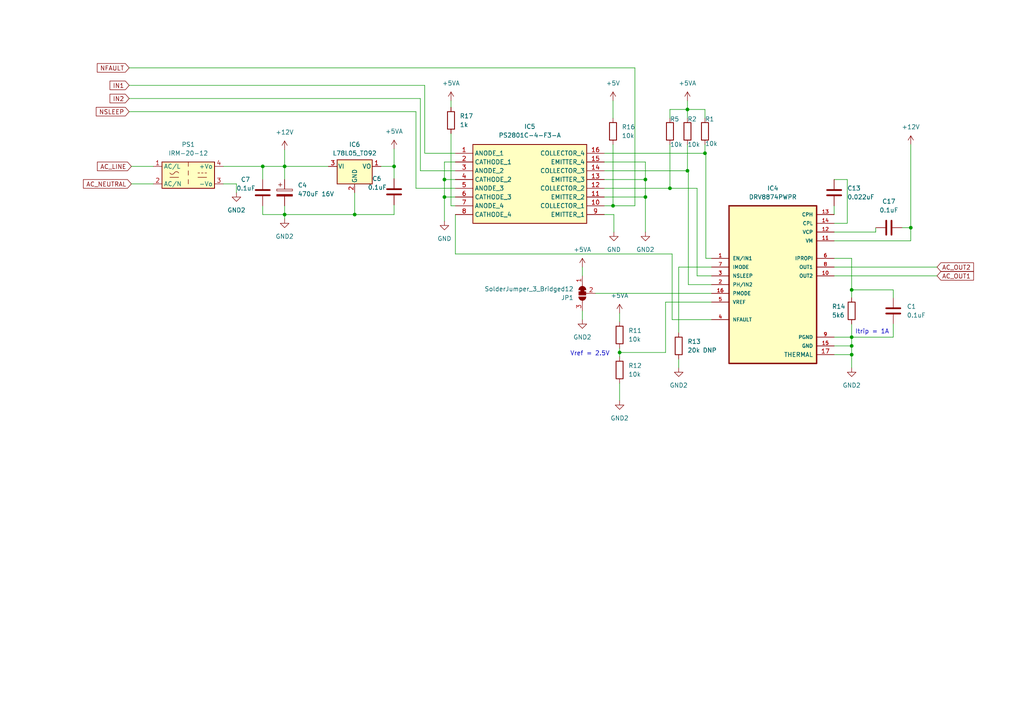
<source format=kicad_sch>
(kicad_sch (version 20230121) (generator eeschema)
  (paper "A4")
  (lib_symbols
    (symbol "Converter_ACDC:IRM-20-5"
      (property "Reference" "PS" (at 0 5.08 0))
      (property "Value" "IRM-20-5" (at 0 -5.08 0))
      (symbol "IRM-20-5_0_1"
        (rectangle (start -7.62 3.81) (end 7.62 -3.81) (stroke (width 0.254)) (fill (type background)))
        (arc (start -5.334 0.635) (mid -4.699 0.2495) (end -4.064 0.635))
        (arc (start -2.794 0.635) (mid -3.429 1.0072) (end -4.064 0.635))
        (polyline (pts (xy -5.334 -0.635) (xy -2.794 -0.635)))
        (polyline (pts (xy 0 -1.27) (xy 0 -2.54)))
        (polyline (pts (xy 0 1.27) (xy 0 0)))
        (polyline (pts (xy 0 3.81) (xy 0 2.54)))
        (polyline (pts (xy 2.794 -0.635) (xy 5.334 -0.635)))
        (polyline (pts (xy 2.794 0.635) (xy 3.302 0.635)))
        (polyline (pts (xy 3.81 0.635) (xy 4.318 0.635)))
        (polyline (pts (xy 4.826 0.635) (xy 5.334 0.635)))
      )
      (symbol "IRM-20-5_1_1"
        (pin power_in line (at -10.16 2.54 0) (length 2.54) (name "AC/L") (number "1"))
        (pin power_in line (at -10.16 -2.54 0) (length 2.54) (name "AC/N") (number "2"))
        (pin power_out line (at 10.16 -2.54 180) (length 2.54) (name "-Vo") (number "3"))
        (pin power_out line (at 10.16 2.54 180) (length 2.54) (name "+Vo") (number "4"))
      )
    )
    (symbol "DRV8874PWPR:DRV8874PWPR" (pin_names (offset 1.016))
      (property "Reference" "U" (at -12.7 23.86 0))
      (property "Value" "DRV8874PWPR" (at -12.7 -26.86 0))
      (symbol "DRV8874PWPR_0_0"
        (rectangle (start -12.7 -22.86) (end 12.7 22.86) (stroke (width 0.41)) (fill (type background)))
        (pin input line (at -17.78 7.62 0) (length 5.08) (name "EN/IN1") (number "1"))
        (pin output line (at 17.78 2.54 180) (length 5.08) (name "OUT2") (number "10"))
        (pin power_in line (at 17.78 12.7 180) (length 5.08) (name "VM") (number "11"))
        (pin power_in line (at 17.78 15.24 180) (length 5.08) (name "VCP") (number "12"))
        (pin power_in line (at 17.78 20.32 180) (length 5.08) (name "CPH") (number "13"))
        (pin power_in line (at 17.78 17.78 180) (length 5.08) (name "CPL") (number "14"))
        (pin power_in line (at 17.78 -17.78 180) (length 5.08) (name "GND") (number "15"))
        (pin input line (at -17.78 -2.54 0) (length 5.08) (name "PMODE") (number "16"))
        (pin input line (at -17.78 0 0) (length 5.08) (name "PH/IN2") (number "2"))
        (pin input line (at -17.78 2.54 0) (length 5.08) (name "NSLEEP") (number "3"))
        (pin bidirectional line (at -17.78 -10.16 0) (length 5.08) (name "NFAULT") (number "4"))
        (pin input line (at -17.78 -5.08 0) (length 5.08) (name "VREF") (number "5"))
        (pin output line (at 17.78 7.62 180) (length 5.08) (name "IPROPI") (number "6"))
        (pin input line (at -17.78 5.08 0) (length 5.08) (name "IMODE") (number "7"))
        (pin output line (at 17.78 5.08 180) (length 5.08) (name "OUT1") (number "8"))
        (pin power_in line (at 17.78 -15.24 180) (length 5.08) (name "PGND") (number "9"))
      )
      (symbol "DRV8874PWPR_1_1"
        (pin input line (at 17.78 -20.32 180) (length 5.08) (name "THERMAL") (number "17"))
      )
    )
    (symbol "Device:C" (pin_numbers hide) (pin_names (offset 0.254))
      (property "Reference" "C" (at 0.635 2.54 0))
      (property "Value" "C" (at 0.635 -2.54 0))
      (symbol "C_0_1"
        (polyline (pts (xy -2.032 -0.762) (xy 2.032 -0.762)) (stroke (width 0.508)))
        (polyline (pts (xy -2.032 0.762) (xy 2.032 0.762)) (stroke (width 0.508)))
      )
      (symbol "C_1_1"
        (pin passive line (at 0 3.81 270) (length 2.794) (name "~") (number "1"))
        (pin passive line (at 0 -3.81 90) (length 2.794) (name "~") (number "2"))
      )
    )
    (symbol "Device:C_Polarized" (pin_numbers hide) (pin_names (offset 0.254))
      (property "Reference" "C" (at 0.635 2.54 0))
      (property "Value" "C_Polarized" (at 0.635 -2.54 0))
      (symbol "C_Polarized_0_1"
        (rectangle (start -2.286 0.508) (end 2.286 1.016))
        (polyline (pts (xy -1.778 2.286) (xy -0.762 2.286)))
        (polyline (pts (xy -1.27 2.794) (xy -1.27 1.778)))
        (rectangle (start 2.286 -0.508) (end -2.286 -1.016) (fill (type outline)))
      )
      (symbol "C_Polarized_1_1"
        (pin passive line (at 0 3.81 270) (length 2.794) (name "~") (number "1"))
        (pin passive line (at 0 -3.81 90) (length 2.794) (name "~") (number "2"))
      )
    )
    (symbol "Device:R" (pin_numbers hide) (pin_names (offset 0))
      (property "Reference" "R" (at 2.032 0 90))
      (property "Value" "R" (at 0 0 90))
      (symbol "R_0_1"
        (rectangle (start -1.016 -2.54) (end 1.016 2.54) (stroke (width 0.254)))
      )
      (symbol "R_1_1"
        (pin passive line (at 0 3.81 270) (length 1.27) (name "~") (number "1"))
        (pin passive line (at 0 -3.81 90) (length 1.27) (name "~") (number "2"))
      )
    )
    (symbol "Jumper:SolderJumper_3_Bridged12" (pin_names (offset 0) hide)
      (property "Reference" "JP" (at -2.54 -2.54 0))
      (property "Value" "SolderJumper_3_Bridged12" (at 0 2.794 0))
      (symbol "SolderJumper_3_Bridged12_0_1"
        (rectangle (start -1.016 0.508) (end -0.508 -0.508) (fill (type outline)))
        (arc (start -1.016 1.016) (mid -2.0276 0) (end -1.016 -1.016))
        (arc (start -1.016 1.016) (mid -2.0276 0) (end -1.016 -1.016) (fill (type outline)))
        (rectangle (start -0.508 1.016) (end 0.508 -1.016) (fill (type outline)))
        (polyline (pts (xy -2.54 0) (xy -2.032 0)))
        (polyline (pts (xy -1.016 1.016) (xy -1.016 -1.016)))
        (polyline (pts (xy 0 -1.27) (xy 0 -1.016)))
        (polyline (pts (xy 1.016 1.016) (xy 1.016 -1.016)))
        (polyline (pts (xy 2.54 0) (xy 2.032 0)))
        (arc (start 1.016 -1.016) (mid 2.0276 0) (end 1.016 1.016))
        (arc (start 1.016 -1.016) (mid 2.0276 0) (end 1.016 1.016) (fill (type outline)))
      )
      (symbol "SolderJumper_3_Bridged12_1_1"
        (pin passive line (at -5.08 0 0) (length 2.54) (name "A") (number "1"))
        (pin passive line (at 0 -3.81 90) (length 2.54) (name "C") (number "2"))
        (pin passive line (at 5.08 0 180) (length 2.54) (name "B") (number "3"))
      )
    )
    (symbol "PS2801C-4-F3-A:PS2801C-4-F3-A"
      (property "Reference" "IC" (at 39.37 7.62 0))
      (property "Value" "PS2801C-4-F3-A" (at 39.37 5.08 0))
      (symbol "PS2801C-4-F3-A_1_1"
        (rectangle (start 5.08 2.54) (end 38.1 -20.32) (stroke (width 0.254)) (fill (type background)))
        (pin passive line (at 0 0 0) (length 5.08) (name "ANODE_1") (number "1"))
        (pin passive line (at 43.18 -15.24 180) (length 5.08) (name "COLLECTOR_1") (number "10"))
        (pin passive line (at 43.18 -12.7 180) (length 5.08) (name "EMITTER_2") (number "11"))
        (pin passive line (at 43.18 -10.16 180) (length 5.08) (name "COLLECTOR_2") (number "12"))
        (pin passive line (at 43.18 -7.62 180) (length 5.08) (name "EMITTER_3") (number "13"))
        (pin passive line (at 43.18 -5.08 180) (length 5.08) (name "COLLECTOR_3") (number "14"))
        (pin passive line (at 43.18 -2.54 180) (length 5.08) (name "EMITTER_4") (number "15"))
        (pin passive line (at 43.18 0 180) (length 5.08) (name "COLLECTOR_4") (number "16"))
        (pin passive line (at 0 -2.54 0) (length 5.08) (name "CATHODE_1") (number "2"))
        (pin passive line (at 0 -5.08 0) (length 5.08) (name "ANODE_2") (number "3"))
        (pin passive line (at 0 -7.62 0) (length 5.08) (name "CATHODE_2") (number "4"))
        (pin passive line (at 0 -10.16 0) (length 5.08) (name "ANODE_3") (number "5"))
        (pin passive line (at 0 -12.7 0) (length 5.08) (name "CATHODE_3") (number "6"))
        (pin passive line (at 0 -15.24 0) (length 5.08) (name "ANODE_4") (number "7"))
        (pin passive line (at 0 -17.78 0) (length 5.08) (name "CATHODE_4") (number "8"))
        (pin passive line (at 43.18 -17.78 180) (length 5.08) (name "EMITTER_1") (number "9"))
      )
    )
    (symbol "Regulator_Linear:L78L05_TO92" (pin_names (offset 0.254))
      (property "Reference" "U" (at -3.81 3.175 0))
      (property "Value" "L78L05_TO92" (at 0 3.175 0))
      (symbol "L78L05_TO92_0_1"
        (rectangle (start -5.08 -5.08) (end 5.08 1.905) (stroke (width 0.254)) (fill (type background)))
      )
      (symbol "L78L05_TO92_1_1"
        (pin power_out line (at 7.62 0 180) (length 2.54) (name "VO") (number "1"))
        (pin power_in line (at 0 -7.62 90) (length 2.54) (name "GND") (number "2"))
        (pin power_in line (at -7.62 0 0) (length 2.54) (name "VI") (number "3"))
      )
    )
    (symbol "power:+12V" (power) (pin_names (offset 0))
      (property "Value" "+12V" (at 0 3.556 0))
      (symbol "+12V_0_1"
        (polyline (pts (xy -0.762 1.27) (xy 0 2.54)))
        (polyline (pts (xy 0 0) (xy 0 2.54)))
        (polyline (pts (xy 0 2.54) (xy 0.762 1.27)))
      )
      (symbol "+12V_1_1"
        (pin power_in line (at 0 0 90) (length 0) hide (name "+12V") (number "1"))
      )
    )
    (symbol "power:+5V" (power) (pin_names (offset 0))
      (property "Value" "+5V" (at 0 3.556 0))
      (symbol "+5V_0_1"
        (polyline (pts (xy -0.762 1.27) (xy 0 2.54)))
        (polyline (pts (xy 0 0) (xy 0 2.54)))
        (polyline (pts (xy 0 2.54) (xy 0.762 1.27)))
      )
      (symbol "+5V_1_1"
        (pin power_in line (at 0 0 90) (length 0) hide (name "+5V") (number "1"))
      )
    )
    (symbol "power:+5VA" (power) (pin_names (offset 0))
      (property "Value" "+5VA" (at 0 3.556 0))
      (symbol "+5VA_0_1"
        (polyline (pts (xy -0.762 1.27) (xy 0 2.54)))
        (polyline (pts (xy 0 0) (xy 0 2.54)))
        (polyline (pts (xy 0 2.54) (xy 0.762 1.27)))
      )
      (symbol "+5VA_1_1"
        (pin power_in line (at 0 0 90) (length 0) hide (name "+5VA") (number "1"))
      )
    )
    (symbol "power:GND" (power) (pin_names (offset 0))
      (property "Value" "GND" (at 0 -3.81 0))
      (symbol "GND_0_1"
        (polyline (pts (xy 0 0) (xy 0 -1.27) (xy 1.27 -1.27) (xy 0 -2.54) (xy -1.27 -1.27) (xy 0 -1.27)))
      )
      (symbol "GND_1_1"
        (pin power_in line (at 0 0 270) (length 0) hide (name "GND") (number "1"))
      )
    )
    (symbol "power:GND2" (power) (pin_names (offset 0))
      (property "Value" "GND2" (at 0 -3.81 0))
      (symbol "GND2_0_1"
        (polyline (pts (xy 0 0) (xy 0 -1.27) (xy 1.27 -1.27) (xy 0 -2.54) (xy -1.27 -1.27) (xy 0 -1.27)))
      )
      (symbol "GND2_1_1"
        (pin power_in line (at 0 0 270) (length 0) hide (name "GND2") (number "1"))
      )
    )
  )
  (junction (at 194.31 54.61))
  (junction (at 187.198 52.07))
  (junction (at 177.8 59.69))
  (junction (at 187.198 57.15))
  (junction (at 199.39 49.53))
  (junction (at 128.905 52.07))
  (junction (at 82.55 48.26))
  (junction (at 247.015 102.87))
  (junction (at 179.705 102.235))
  (junction (at 204.47 44.45))
  (junction (at 247.015 100.33))
  (junction (at 102.87 62.23))
  (junction (at 199.39 31.75))
  (junction (at 82.55 62.23))
  (junction (at 247.015 84.074))
  (junction (at 247.015 97.79))
  (junction (at 76.2 48.26))
  (junction (at 264.16 66.04))
  (junction (at 114.3 48.26))
  (junction (at 128.905 57.15))
  (wire (pts (xy 206.375 74.93) (xy 204.724 74.93)))
  (wire (pts (xy 179.705 90.805) (xy 179.705 93.345)))
  (wire (pts (xy 206.375 77.47) (xy 196.85 77.47)))
  (wire (pts (xy 130.81 59.69) (xy 130.81 38.735)))
  (wire (pts (xy 76.2 48.26) (xy 82.55 48.26)))
  (wire (pts (xy 206.375 82.55) (xy 199.644 82.55)))
  (wire (pts (xy 82.55 48.26) (xy 82.55 43.434)))
  (wire (pts (xy 76.2 62.23) (xy 82.55 62.23)))
  (wire (pts (xy 38.1 48.26) (xy 44.45 48.26)))
  (wire (pts (xy 247.015 74.93) (xy 247.015 84.074)))
  (wire (pts (xy 204.47 41.91) (xy 204.47 44.45)))
  (wire (pts (xy 199.39 49.53) (xy 175.26 49.53)))
  (wire (pts (xy 175.26 59.69) (xy 177.8 59.69)))
  (wire (pts (xy 241.935 97.79) (xy 247.015 97.79)))
  (wire (pts (xy 247.015 74.93) (xy 241.935 74.93)))
  (wire (pts (xy 128.905 46.99) (xy 128.905 52.07)))
  (wire (pts (xy 204.724 44.45) (xy 204.47 44.45)))
  (wire (pts (xy 247.015 93.98) (xy 247.015 97.79)))
  (wire (pts (xy 247.015 100.33) (xy 247.015 102.87)))
  (wire (pts (xy 241.935 67.31) (xy 254 67.31)))
  (wire (pts (xy 175.26 52.07) (xy 187.198 52.07)))
  (wire (pts (xy 184.15 19.685) (xy 184.15 59.69)))
  (wire (pts (xy 114.3 59.436) (xy 114.3 62.23)))
  (wire (pts (xy 64.77 48.26) (xy 76.2 48.26)))
  (wire (pts (xy 123.19 24.765) (xy 37.465 24.765)))
  (wire (pts (xy 132.08 49.53) (xy 121.92 49.53)))
  (wire (pts (xy 37.465 19.685) (xy 184.15 19.685)))
  (wire (pts (xy 206.375 87.63) (xy 193.04 87.63)))
  (wire (pts (xy 38.1 53.34) (xy 44.45 53.34)))
  (wire (pts (xy 132.08 59.69) (xy 130.81 59.69)))
  (wire (pts (xy 179.705 111.125) (xy 179.705 116.205)))
  (wire (pts (xy 259.08 86.36) (xy 259.08 84.074)))
  (wire (pts (xy 132.08 44.45) (xy 123.19 44.45)))
  (wire (pts (xy 64.77 53.34) (xy 68.58 53.34)))
  (wire (pts (xy 196.85 77.47) (xy 196.85 96.52)))
  (wire (pts (xy 206.375 80.01) (xy 202.184 80.01)))
  (wire (pts (xy 175.26 46.99) (xy 187.198 46.99)))
  (wire (pts (xy 264.16 41.91) (xy 264.16 66.04)))
  (wire (pts (xy 82.55 48.26) (xy 82.55 52.07)))
  (wire (pts (xy 199.39 41.91) (xy 199.39 49.53)))
  (wire (pts (xy 241.935 102.87) (xy 247.015 102.87)))
  (wire (pts (xy 128.905 52.07) (xy 128.905 57.15)))
  (wire (pts (xy 199.39 31.75) (xy 199.39 34.29)))
  (wire (pts (xy 194.31 31.75) (xy 199.39 31.75)))
  (wire (pts (xy 187.198 46.99) (xy 187.198 52.07)))
  (wire (pts (xy 247.015 84.074) (xy 247.015 86.36)))
  (wire (pts (xy 204.47 31.75) (xy 199.39 31.75)))
  (wire (pts (xy 132.08 73.66) (xy 132.08 62.23)))
  (wire (pts (xy 121.92 49.53) (xy 121.92 28.575)))
  (wire (pts (xy 259.08 97.79) (xy 247.015 97.79)))
  (wire (pts (xy 168.91 90.17) (xy 168.91 92.71)))
  (wire (pts (xy 132.08 54.61) (xy 120.65 54.61)))
  (wire (pts (xy 82.55 62.23) (xy 82.55 63.5)))
  (wire (pts (xy 132.08 46.99) (xy 128.905 46.99)))
  (wire (pts (xy 177.8 29.21) (xy 177.8 34.29)))
  (wire (pts (xy 123.19 44.45) (xy 123.19 24.765)))
  (wire (pts (xy 114.3 48.26) (xy 114.3 51.816)))
  (wire (pts (xy 245.745 64.77) (xy 241.935 64.77)))
  (wire (pts (xy 196.85 104.14) (xy 196.85 106.68)))
  (wire (pts (xy 194.945 92.71) (xy 194.945 73.66)))
  (wire (pts (xy 241.935 59.69) (xy 241.935 62.23)))
  (wire (pts (xy 102.87 55.88) (xy 102.87 62.23)))
  (wire (pts (xy 241.935 77.47) (xy 271.78 77.47)))
  (wire (pts (xy 261.62 66.04) (xy 264.16 66.04)))
  (wire (pts (xy 259.08 84.074) (xy 247.015 84.074)))
  (wire (pts (xy 120.65 32.385) (xy 37.465 32.385)))
  (wire (pts (xy 194.945 73.66) (xy 132.08 73.66)))
  (wire (pts (xy 241.935 52.07) (xy 245.745 52.07)))
  (wire (pts (xy 175.26 57.15) (xy 187.198 57.15)))
  (wire (pts (xy 194.31 54.61) (xy 175.26 54.61)))
  (wire (pts (xy 178.054 62.23) (xy 178.054 67.31)))
  (wire (pts (xy 187.198 57.15) (xy 187.198 67.31)))
  (wire (pts (xy 241.935 69.85) (xy 264.16 69.85)))
  (wire (pts (xy 202.184 54.61) (xy 194.31 54.61)))
  (wire (pts (xy 132.08 52.07) (xy 128.905 52.07)))
  (wire (pts (xy 259.08 93.98) (xy 259.08 97.79)))
  (wire (pts (xy 172.72 85.09) (xy 206.375 85.09)))
  (wire (pts (xy 121.92 28.575) (xy 37.465 28.575)))
  (wire (pts (xy 245.745 52.07) (xy 245.745 64.77)))
  (wire (pts (xy 199.644 49.53) (xy 199.39 49.53)))
  (wire (pts (xy 264.16 66.04) (xy 264.16 69.85)))
  (wire (pts (xy 187.198 52.07) (xy 187.198 57.15)))
  (wire (pts (xy 82.55 48.26) (xy 95.25 48.26)))
  (wire (pts (xy 177.8 59.69) (xy 177.8 41.91)))
  (wire (pts (xy 199.644 82.55) (xy 199.644 49.53)))
  (wire (pts (xy 204.47 34.29) (xy 204.47 31.75)))
  (wire (pts (xy 76.2 59.69) (xy 76.2 62.23)))
  (wire (pts (xy 102.87 62.23) (xy 82.55 62.23)))
  (wire (pts (xy 204.724 74.93) (xy 204.724 44.45)))
  (wire (pts (xy 110.49 48.26) (xy 114.3 48.26)))
  (wire (pts (xy 114.3 62.23) (xy 102.87 62.23)))
  (wire (pts (xy 179.705 100.965) (xy 179.705 102.235)))
  (wire (pts (xy 68.58 53.34) (xy 68.58 55.88)))
  (wire (pts (xy 184.15 59.69) (xy 177.8 59.69)))
  (wire (pts (xy 194.31 41.91) (xy 194.31 54.61)))
  (wire (pts (xy 82.55 59.69) (xy 82.55 62.23)))
  (wire (pts (xy 204.47 44.45) (xy 175.26 44.45)))
  (wire (pts (xy 199.39 29.21) (xy 199.39 31.75)))
  (wire (pts (xy 247.015 97.79) (xy 247.015 100.33)))
  (wire (pts (xy 130.81 29.21) (xy 130.81 31.115)))
  (wire (pts (xy 128.905 57.15) (xy 128.905 64.135)))
  (wire (pts (xy 114.3 48.26) (xy 114.3 43.18)))
  (wire (pts (xy 202.184 80.01) (xy 202.184 54.61)))
  (wire (pts (xy 76.2 48.26) (xy 76.2 52.07)))
  (wire (pts (xy 194.31 34.29) (xy 194.31 31.75)))
  (wire (pts (xy 120.65 54.61) (xy 120.65 32.385)))
  (wire (pts (xy 254 67.31) (xy 254 66.04)))
  (wire (pts (xy 241.935 80.01) (xy 271.78 80.01)))
  (wire (pts (xy 206.375 92.71) (xy 194.945 92.71)))
  (wire (pts (xy 241.935 100.33) (xy 247.015 100.33)))
  (wire (pts (xy 247.015 102.87) (xy 247.015 106.68)))
  (wire (pts (xy 179.705 102.235) (xy 179.705 103.505)))
  (wire (pts (xy 193.04 102.235) (xy 179.705 102.235)))
  (wire (pts (xy 193.04 87.63) (xy 193.04 102.235)))
  (wire (pts (xy 132.08 57.15) (xy 128.905 57.15)))
  (wire (pts (xy 175.26 62.23) (xy 178.054 62.23)))
  (wire (pts (xy 168.91 77.47) (xy 168.91 80.01)))
  (text "Vref = 2.5V" (at 165.354 103.378 0) (effects (font (size 1.27 1.27)) (justify left bottom)))
  (text "Itrip = 1A" (at 248.031 97.028 0) (effects (font (size 1.27 1.27)) (justify left bottom)))
  (global_label "IN1" (shape input) (at 37.465 24.765 180) (property "Intersheetrefs" "${INTERSHEET_REFS}" (effects hide)))
  (global_label "NSLEEP" (shape input) (at 37.465 32.385 180) (property "Intersheetrefs" "${INTERSHEET_REFS}" (effects hide)))
  (global_label "AC_NEUTRAL" (shape input) (at 38.1 53.34 180) (property "Intersheetrefs" "${INTERSHEET_REFS}" (effects hide)))
  (global_label "IN2" (shape input) (at 37.465 28.575 180) (property "Intersheetrefs" "${INTERSHEET_REFS}" (effects hide)))
  (global_label "NFAULT" (shape input) (at 37.465 19.685 180) (property "Intersheetrefs" "${INTERSHEET_REFS}" (effects hide)))
  (global_label "AC_OUT1" (shape input) (at 271.78 80.01 0) (property "Intersheetrefs" "${INTERSHEET_REFS}" (effects hide)))
  (global_label "AC_OUT2" (shape input) (at 271.78 77.47 0) (property "Intersheetrefs" "${INTERSHEET_REFS}" (effects hide)))
  (global_label "AC_LINE" (shape input) (at 38.1 48.26 180) (property "Intersheetrefs" "${INTERSHEET_REFS}" (effects hide)))
  (symbol (lib_id "Device:C") (at 76.2 55.88 180) (unit 1)
    (property "Reference" "C7" (at 69.85 52.07 0) (effects (justify right)))
    (property "Value" "0.1uF" (at 68.58 54.61 0) (effects (justify right)))
    (property "Footprint" "Capacitor_SMD:C_0805_2012Metric_Pad1.18x1.45mm_HandSolder" (effects hide))
  )
  (symbol (lib_id "Device:C") (at 241.935 55.88 0) (unit 1)
    (property "Reference" "C13" (at 245.745 54.61 0) (effects (justify left)))
    (property "Value" "0.022uF" (at 245.745 57.15 0) (effects (justify left)))
    (property "Footprint" "Capacitor_SMD:C_0805_2012Metric_Pad1.18x1.45mm_HandSolder" (effects hide))
  )
  (symbol (lib_id "Device:C") (at 114.3 55.626 180) (unit 1)
    (property "Reference" "C6" (at 107.95 51.816 0) (effects (justify right)))
    (property "Value" "0.1uF" (at 106.68 54.356 0) (effects (justify right)))
    (property "Footprint" "Capacitor_SMD:C_0805_2012Metric_Pad1.18x1.45mm_HandSolder" (effects hide))
  )
  (symbol (lib_id "power:+5VA") (at 130.81 29.21 0) (unit 1)
    (property "Reference" "#PWR029" (effects hide))
    (property "Value" "+5VA" (at 130.81 24.13 0))
  )
  (symbol (lib_id "power:+5VA") (at 179.705 90.805 0) (unit 1)
    (property "Reference" "#PWR08" (effects hide))
    (property "Value" "+5VA" (at 179.705 85.725 0))
  )
  (symbol (lib_id "power:GND2") (at 168.91 92.71 0) (unit 1)
    (property "Reference" "#PWR022" (effects hide))
    (property "Value" "GND2" (at 168.91 97.79 0))
  )
  (symbol (lib_id "Converter_ACDC:IRM-20-5") (at 54.61 50.8 0) (unit 1)
    (property "Reference" "PS1" (at 54.61 41.91 0))
    (property "Value" "IRM-20-12" (at 54.61 44.45 0))
    (property "Footprint" "Converter_ACDC:Converter_ACDC_MeanWell_IRM-20-xx_THT" (effects hide))
    (property "Datasheet" "http://www.meanwell.com/Upload/PDF/IRM-20/IRM-20-SPEC.PDF" (effects hide))
  )
  (symbol (lib_id "power:GND2") (at 187.198 67.31 0) (unit 1)
    (property "Reference" "#PWR014" (effects hide))
    (property "Value" "GND2" (at 187.198 72.39 0))
  )
  (symbol (lib_id "Device:R") (at 194.31 38.1 0) (unit 1)
    (property "Reference" "R5" (at 194.31 34.544 0) (effects (justify left)))
    (property "Value" "10k" (at 194.31 41.91 0) (effects (justify left)))
    (property "Footprint" "Resistor_SMD:R_0805_2012Metric_Pad1.20x1.40mm_HandSolder" (effects hide))
  )
  (symbol (lib_id "Device:R") (at 179.705 97.155 0) (unit 1)
    (property "Reference" "R11" (at 182.245 95.885 0) (effects (justify left)))
    (property "Value" "10k" (at 182.245 98.425 0) (effects (justify left)))
    (property "Footprint" "Resistor_SMD:R_0805_2012Metric_Pad1.20x1.40mm_HandSolder" (effects hide))
  )
  (symbol (lib_id "power:+12V") (at 82.55 43.434 0) (unit 1)
    (property "Reference" "#PWR04" (effects hide))
    (property "Value" "+12V" (at 82.55 38.354 0))
  )
  (symbol (lib_id "power:GND") (at 178.054 67.31 0) (unit 1)
    (property "Reference" "#PWR021" (effects hide))
    (property "Value" "GND" (at 178.054 72.39 0))
  )
  (symbol (lib_id "power:+5VA") (at 168.91 77.47 0) (unit 1)
    (property "Reference" "#PWR027" (effects hide))
    (property "Value" "+5VA" (at 168.91 72.39 0))
  )
  (symbol (lib_id "Device:R") (at 247.015 90.17 0) (unit 1)
    (property "Reference" "R14" (at 241.3 88.9 0) (effects (justify left)))
    (property "Value" "5k6" (at 241.3 91.44 0) (effects (justify left)))
    (property "Footprint" "Resistor_SMD:R_0805_2012Metric_Pad1.20x1.40mm_HandSolder" (effects hide))
  )
  (symbol (lib_id "power:+5V") (at 177.8 29.21 0) (unit 1)
    (property "Reference" "#PWR030" (effects hide))
    (property "Value" "+5V" (at 177.8 24.13 0))
  )
  (symbol (lib_id "Device:C") (at 259.08 90.17 0) (unit 1)
    (property "Reference" "C1" (at 263.017 88.9 0) (effects (justify left)))
    (property "Value" "0.1uF" (at 263.017 91.44 0) (effects (justify left)))
    (property "Footprint" "Capacitor_SMD:C_0805_2012Metric_Pad1.18x1.45mm_HandSolder" (effects hide))
  )
  (symbol (lib_id "power:+5VA") (at 114.3 43.18 0) (unit 1)
    (property "Reference" "#PWR026" (effects hide))
    (property "Value" "+5VA" (at 114.3 38.1 0))
  )
  (symbol (lib_id "power:+12V") (at 264.16 41.91 0) (unit 1)
    (property "Reference" "#PWR041" (effects hide))
    (property "Value" "+12V" (at 264.16 36.83 0))
  )
  (symbol (lib_id "power:GND2") (at 179.705 116.205 0) (unit 1)
    (property "Reference" "#PWR038" (effects hide))
    (property "Value" "GND2" (at 179.705 121.285 0))
  )
  (symbol (lib_id "DRV8874PWPR:DRV8874PWPR") (at 224.155 82.55 0) (unit 1)
    (property "Reference" "IC4" (at 224.155 54.61 0))
    (property "Value" "DRV8874PWPR" (at 224.155 57.15 0))
    (property "Footprint" "DRV8874PWPR:SOP65P640X120-17N" (effects hide))
    (property "MF" "Texas Instruments" (effects hide))
    (property "Description" "\n40-V, 6-A H-bridge motor driver with integrated current sensing feedback\n" (effects hide))
    (property "Package" "HTSSOP-16 Texas Instruments" (effects hide))
    (property "Price" "None" (effects hide))
    (property "SnapEDA_Link" "https://www.snapeda.com/parts/DRV8874PWPR/Texas+Instruments/view-part/?ref=snap" (effects hide))
    (property "MP" "DRV8874PWPR" (effects hide))
    (property "Availability" "In Stock" (effects hide))
    (property "Check_prices" "https://www.snapeda.com/parts/DRV8874PWPR/Texas+Instruments/view-part/?ref=eda" (effects hide))
  )
  (symbol (lib_id "Device:R") (at 179.705 107.315 0) (unit 1)
    (property "Reference" "R12" (at 182.245 106.045 0) (effects (justify left)))
    (property "Value" "10k" (at 182.245 108.585 0) (effects (justify left)))
    (property "Footprint" "Resistor_SMD:R_0805_2012Metric_Pad1.20x1.40mm_HandSolder" (effects hide))
  )
  (symbol (lib_id "power:GND2") (at 82.55 63.5 0) (unit 1)
    (property "Reference" "#PWR032" (effects hide))
    (property "Value" "GND2" (at 82.55 68.58 0))
  )
  (symbol (lib_id "Device:R") (at 196.85 100.33 0) (unit 1)
    (property "Reference" "R13" (at 199.39 99.06 0) (effects (justify left)))
    (property "Value" "20k DNP" (at 199.39 101.6 0) (effects (justify left)))
    (property "Footprint" "Resistor_SMD:R_0805_2012Metric_Pad1.20x1.40mm_HandSolder" (effects hide))
  )
  (symbol (lib_id "Regulator_Linear:L78L05_TO92") (at 102.87 48.26 0) (unit 1)
    (property "Reference" "IC6" (at 102.87 41.91 0))
    (property "Value" "L78L05_TO92" (at 102.87 44.45 0))
    (property "Footprint" "Package_TO_SOT_THT:TO-92_Inline" (effects hide))
    (property "Datasheet" "http://www.st.com/content/ccc/resource/technical/document/datasheet/15/55/e5/aa/23/5b/43/fd/CD00000446.pdf/files/CD00000446.pdf/jcr:content/translations/en.CD00000446.pdf" (effects hide))
  )
  (symbol (lib_id "power:GND2") (at 68.58 55.88 0) (unit 1)
    (property "Reference" "#PWR09" (effects hide))
    (property "Value" "GND2" (at 68.58 60.96 0))
  )
  (symbol (lib_id "Device:R") (at 199.39 38.1 0) (unit 1)
    (property "Reference" "R2" (at 199.39 34.544 0) (effects (justify left)))
    (property "Value" "10k" (at 199.39 41.91 0) (effects (justify left)))
    (property "Footprint" "Resistor_SMD:R_0805_2012Metric_Pad1.20x1.40mm_HandSolder" (effects hide))
  )
  (symbol (lib_id "power:+5VA") (at 199.39 29.21 0) (unit 1)
    (property "Reference" "#PWR028" (effects hide))
    (property "Value" "+5VA" (at 199.39 24.13 0))
  )
  (symbol (lib_id "Device:R") (at 204.47 38.1 0) (unit 1)
    (property "Reference" "R1" (at 204.47 34.544 0) (effects (justify left)))
    (property "Value" "10k" (at 204.47 41.656 0) (effects (justify left)))
    (property "Footprint" "Resistor_SMD:R_0805_2012Metric_Pad1.20x1.40mm_HandSolder" (effects hide))
  )
  (symbol (lib_id "power:GND2") (at 247.015 106.68 0) (unit 1)
    (property "Reference" "#PWR040" (effects hide))
    (property "Value" "GND2" (at 247.015 111.76 0))
  )
  (symbol (lib_id "PS2801C-4-F3-A:PS2801C-4-F3-A") (at 132.08 44.45 0) (unit 1)
    (property "Reference" "IC5" (at 153.67 36.703 0))
    (property "Value" "PS2801C-4-F3-A" (at 153.67 39.243 0))
    (property "Footprint" "Package_SO:SOIC-16_4.55x10.3mm_P1.27mm" (effects hide))
    (property "Datasheet" "https://componentsearchengine.com/Datasheets/2/PS2801C-4-F3-A.pdf" (effects hide))
    (property "Height" "2.3" (effects hide))
    (property "Manufacturer_Name" "NEC" (effects hide))
    (property "Manufacturer_Part_Number" "PS2801C-4-F3-A" (effects hide))
  )
  (symbol (lib_id "Device:R") (at 177.8 38.1 0) (unit 1)
    (property "Reference" "R16" (at 180.34 36.83 0) (effects (justify left)))
    (property "Value" "10k" (at 180.34 39.37 0) (effects (justify left)))
    (property "Footprint" "Resistor_SMD:R_0805_2012Metric_Pad1.20x1.40mm_HandSolder" (effects hide))
  )
  (symbol (lib_id "Device:R") (at 130.81 34.925 0) (unit 1)
    (property "Reference" "R17" (at 133.35 33.655 0) (effects (justify left)))
    (property "Value" "1k" (at 133.35 36.195 0) (effects (justify left)))
    (property "Footprint" "Resistor_SMD:R_0805_2012Metric_Pad1.20x1.40mm_HandSolder" (effects hide))
  )
  (symbol (lib_id "Jumper:SolderJumper_3_Bridged12") (at 168.91 85.09 90) (mirror x) (unit 1)
    (property "Reference" "JP1" (at 166.37 86.36 90) (effects (justify left)))
    (property "Value" "SolderJumper_3_Bridged12" (at 166.37 83.82 90) (effects (justify left)))
    (property "Footprint" "Jumper:SolderJumper-3_P1.3mm_Bridged12_Pad1.0x1.5mm_NumberLabels" (effects hide))
  )
  (symbol (lib_id "Device:C") (at 257.81 66.04 90) (unit 1)
    (property "Reference" "C17" (at 257.81 58.42 90))
    (property "Value" "0.1uF" (at 257.81 60.96 90))
    (property "Footprint" "Capacitor_SMD:C_0805_2012Metric_Pad1.18x1.45mm_HandSolder" (effects hide))
  )
  (symbol (lib_id "power:GND2") (at 196.85 106.68 0) (unit 1)
    (property "Reference" "#PWR039" (effects hide))
    (property "Value" "GND2" (at 196.85 111.76 0))
  )
  (symbol (lib_id "power:GND") (at 128.905 64.135 0) (unit 1)
    (property "Reference" "#PWR031" (effects hide))
    (property "Value" "GND" (at 128.905 69.215 0))
  )
  (symbol (lib_id "Device:C_Polarized") (at 82.55 55.88 0) (unit 1)
    (property "Reference" "C4" (at 86.36 53.721 0) (effects (justify left)))
    (property "Value" "470uF 16V" (at 86.36 56.261 0) (effects (justify left)))
    (property "Footprint" "Capacitor_THT:CP_Radial_D6.3mm_P2.50mm" (effects hide))
  )
)
</source>
